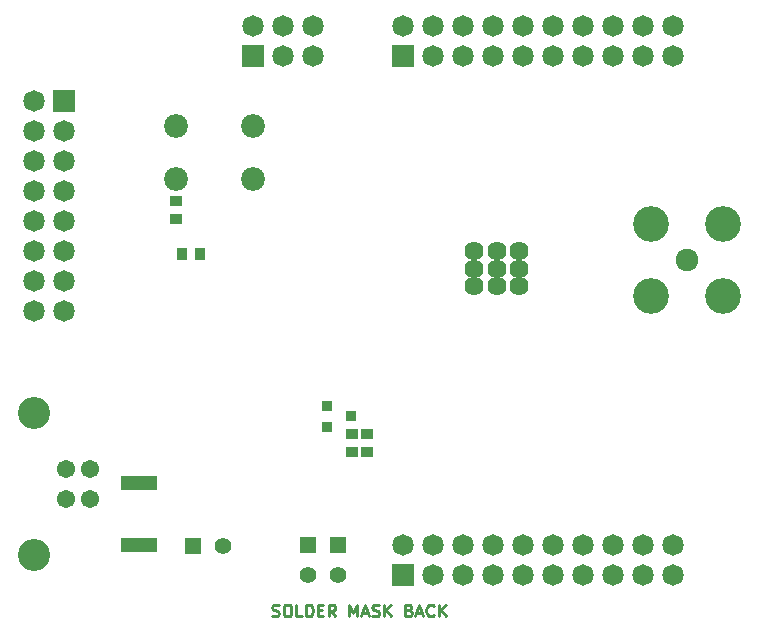
<source format=gbs>
G04 (created by PCBNEW-RS274X (2012-01-19 BZR 3256)-stable) date Mon 11 Jun 2012 01:46:52 PM EEST*
G01*
G70*
G90*
%MOIN*%
G04 Gerber Fmt 3.4, Leading zero omitted, Abs format*
%FSLAX34Y34*%
G04 APERTURE LIST*
%ADD10C,0.006000*%
%ADD11C,0.009800*%
%ADD12R,0.036800X0.036800*%
%ADD13O,0.075600X0.075600*%
%ADD14O,0.118900X0.118900*%
%ADD15R,0.040200X0.036200*%
%ADD16R,0.071700X0.071700*%
%ADD17C,0.071700*%
%ADD18R,0.118900X0.050000*%
%ADD19R,0.055900X0.055900*%
%ADD20C,0.055900*%
%ADD21R,0.036200X0.040200*%
%ADD22C,0.060800*%
%ADD23C,0.107100*%
%ADD24C,0.063800*%
%ADD25C,0.079500*%
G04 APERTURE END LIST*
G54D10*
G54D11*
X61225Y-44965D02*
X61281Y-44983D01*
X61375Y-44983D01*
X61413Y-44965D01*
X61431Y-44946D01*
X61450Y-44908D01*
X61450Y-44871D01*
X61431Y-44833D01*
X61413Y-44815D01*
X61375Y-44796D01*
X61300Y-44777D01*
X61263Y-44758D01*
X61244Y-44740D01*
X61225Y-44702D01*
X61225Y-44665D01*
X61244Y-44627D01*
X61263Y-44608D01*
X61300Y-44589D01*
X61394Y-44589D01*
X61450Y-44608D01*
X61694Y-44589D02*
X61769Y-44589D01*
X61806Y-44608D01*
X61844Y-44646D01*
X61863Y-44721D01*
X61863Y-44852D01*
X61844Y-44927D01*
X61806Y-44965D01*
X61769Y-44983D01*
X61694Y-44983D01*
X61656Y-44965D01*
X61619Y-44927D01*
X61600Y-44852D01*
X61600Y-44721D01*
X61619Y-44646D01*
X61656Y-44608D01*
X61694Y-44589D01*
X62219Y-44983D02*
X62032Y-44983D01*
X62032Y-44589D01*
X62351Y-44983D02*
X62351Y-44589D01*
X62445Y-44589D01*
X62501Y-44608D01*
X62538Y-44646D01*
X62557Y-44683D01*
X62576Y-44758D01*
X62576Y-44815D01*
X62557Y-44890D01*
X62538Y-44927D01*
X62501Y-44965D01*
X62445Y-44983D01*
X62351Y-44983D01*
X62745Y-44777D02*
X62876Y-44777D01*
X62932Y-44983D02*
X62745Y-44983D01*
X62745Y-44589D01*
X62932Y-44589D01*
X63326Y-44983D02*
X63195Y-44796D01*
X63101Y-44983D02*
X63101Y-44589D01*
X63251Y-44589D01*
X63288Y-44608D01*
X63307Y-44627D01*
X63326Y-44665D01*
X63326Y-44721D01*
X63307Y-44758D01*
X63288Y-44777D01*
X63251Y-44796D01*
X63101Y-44796D01*
X63795Y-44983D02*
X63795Y-44589D01*
X63926Y-44871D01*
X64057Y-44589D01*
X64057Y-44983D01*
X64226Y-44871D02*
X64414Y-44871D01*
X64189Y-44983D02*
X64320Y-44589D01*
X64451Y-44983D01*
X64564Y-44965D02*
X64620Y-44983D01*
X64714Y-44983D01*
X64752Y-44965D01*
X64770Y-44946D01*
X64789Y-44908D01*
X64789Y-44871D01*
X64770Y-44833D01*
X64752Y-44815D01*
X64714Y-44796D01*
X64639Y-44777D01*
X64602Y-44758D01*
X64583Y-44740D01*
X64564Y-44702D01*
X64564Y-44665D01*
X64583Y-44627D01*
X64602Y-44608D01*
X64639Y-44589D01*
X64733Y-44589D01*
X64789Y-44608D01*
X64958Y-44983D02*
X64958Y-44589D01*
X65183Y-44983D02*
X65014Y-44758D01*
X65183Y-44589D02*
X64958Y-44815D01*
X65783Y-44777D02*
X65839Y-44796D01*
X65858Y-44815D01*
X65877Y-44852D01*
X65877Y-44908D01*
X65858Y-44946D01*
X65839Y-44965D01*
X65802Y-44983D01*
X65652Y-44983D01*
X65652Y-44589D01*
X65783Y-44589D01*
X65821Y-44608D01*
X65839Y-44627D01*
X65858Y-44665D01*
X65858Y-44702D01*
X65839Y-44740D01*
X65821Y-44758D01*
X65783Y-44777D01*
X65652Y-44777D01*
X66027Y-44871D02*
X66215Y-44871D01*
X65990Y-44983D02*
X66121Y-44589D01*
X66252Y-44983D01*
X66609Y-44946D02*
X66590Y-44965D01*
X66534Y-44983D01*
X66496Y-44983D01*
X66440Y-44965D01*
X66403Y-44927D01*
X66384Y-44890D01*
X66365Y-44815D01*
X66365Y-44758D01*
X66384Y-44683D01*
X66403Y-44646D01*
X66440Y-44608D01*
X66496Y-44589D01*
X66534Y-44589D01*
X66590Y-44608D01*
X66609Y-44627D01*
X66778Y-44983D02*
X66778Y-44589D01*
X67003Y-44983D02*
X66834Y-44758D01*
X67003Y-44589D02*
X66778Y-44815D01*
G54D12*
X63065Y-37957D03*
X63065Y-38657D03*
X63865Y-38307D03*
G54D13*
X75059Y-33101D03*
G54D14*
X73858Y-31900D03*
X76260Y-31900D03*
X76260Y-34302D03*
X73858Y-34302D03*
G54D15*
X58016Y-31733D03*
X58016Y-31141D03*
X63878Y-38917D03*
X63878Y-39509D03*
X64370Y-38917D03*
X64370Y-39509D03*
G54D16*
X65579Y-43610D03*
G54D17*
X66579Y-43610D03*
X67579Y-43610D03*
X68579Y-43610D03*
X69579Y-43610D03*
X70579Y-43610D03*
X71579Y-43610D03*
X72579Y-43610D03*
X73579Y-43610D03*
X74579Y-43610D03*
X74579Y-42610D03*
X73579Y-42610D03*
X72579Y-42610D03*
X71579Y-42610D03*
X70579Y-42610D03*
X69579Y-42610D03*
X68579Y-42610D03*
X67579Y-42610D03*
X66579Y-42610D03*
X65579Y-42610D03*
G54D16*
X65579Y-26287D03*
G54D17*
X66579Y-26287D03*
X67579Y-26287D03*
X68579Y-26287D03*
X69579Y-26287D03*
X70579Y-26287D03*
X71579Y-26287D03*
X72579Y-26287D03*
X73579Y-26287D03*
X74579Y-26287D03*
X74579Y-25287D03*
X73579Y-25287D03*
X72579Y-25287D03*
X71579Y-25287D03*
X70579Y-25287D03*
X69579Y-25287D03*
X68579Y-25287D03*
X67579Y-25287D03*
X66579Y-25287D03*
X65579Y-25287D03*
G54D18*
X56791Y-40541D03*
X56791Y-42607D03*
G54D19*
X63402Y-42610D03*
G54D20*
X63402Y-43610D03*
G54D19*
X58574Y-42622D03*
G54D20*
X59574Y-42622D03*
G54D19*
X62402Y-42610D03*
G54D20*
X62402Y-43610D03*
G54D21*
X58228Y-32903D03*
X58820Y-32903D03*
G54D16*
X60575Y-26287D03*
G54D17*
X61575Y-26287D03*
X62575Y-26287D03*
X62575Y-25287D03*
X61575Y-25287D03*
X60575Y-25287D03*
G54D22*
X55137Y-41071D03*
X55137Y-40071D03*
X54350Y-40071D03*
X54350Y-41071D03*
G54D23*
X53287Y-42933D03*
X53287Y-38209D03*
G54D16*
X54280Y-27799D03*
G54D17*
X53280Y-27799D03*
X54280Y-28799D03*
X53280Y-28799D03*
X54280Y-29799D03*
X53280Y-29799D03*
X54280Y-30799D03*
X53280Y-30799D03*
X54280Y-31799D03*
X53280Y-31799D03*
X54280Y-32799D03*
X53280Y-32799D03*
X54280Y-33799D03*
X53280Y-33799D03*
X54280Y-34799D03*
X53280Y-34799D03*
G54D24*
X69447Y-33958D03*
X68699Y-33958D03*
X67951Y-33958D03*
X69447Y-33387D03*
X68699Y-33387D03*
X67951Y-33387D03*
X69447Y-32816D03*
X68699Y-32816D03*
X67951Y-32816D03*
G54D25*
X58031Y-30404D03*
X60591Y-28632D03*
X58031Y-28632D03*
X60591Y-30404D03*
M02*

</source>
